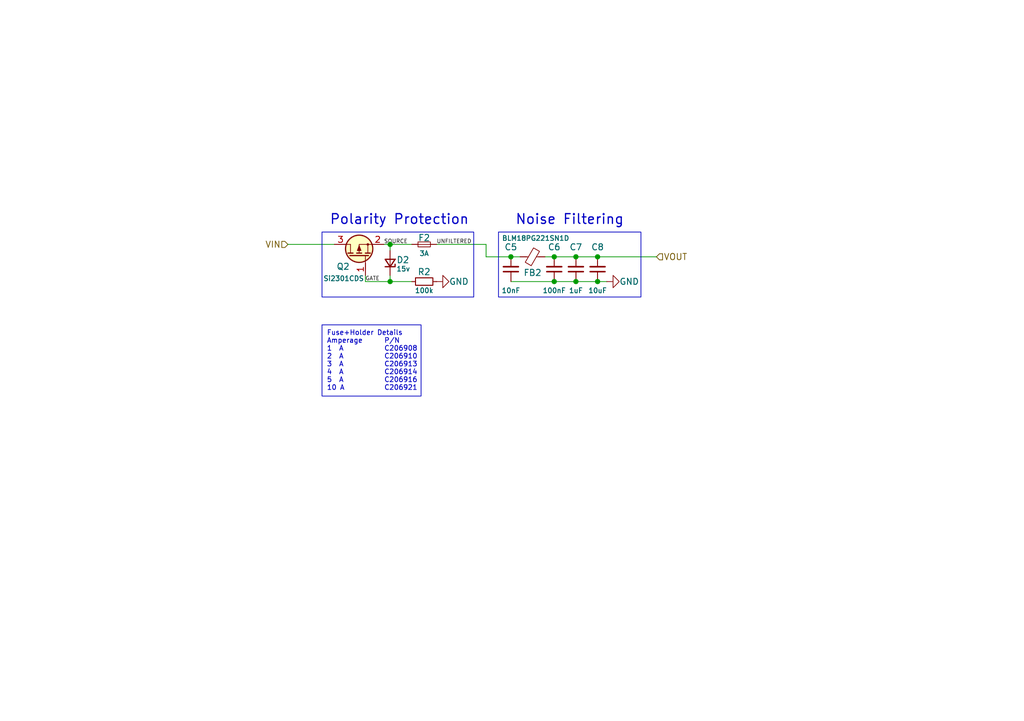
<source format=kicad_sch>
(kicad_sch (version 20250114) (generator "eeschema") (generator_version "9.0")
  (paper "A5")
  (title_block (title "SataXH Power filtration & protection") (date "2025-07-20") (rev "1") (company "Pera @ https://transfur.science/f191") (comment 1 "CERN OHL v2 - S") (comment 3 "https://github.com/comradef191/SataXH"))
  (lib_symbols
    (symbol "Device:C_Small" (pin_numbers (hide yes)) (pin_names (offset 0.254) (hide yes))
      (property "Reference" "C" (at 0.254 1.778 0))
      (property "Value" "C_Small" (at 0.254 -2.032 0))
      (symbol "C_Small_0_1"
        (polyline (pts (xy -1.524 0.508) (xy 1.524 0.508)) (stroke (width 0.3048)))
        (polyline (pts (xy -1.524 -0.508) (xy 1.524 -0.508)) (stroke (width 0.3302)))
      )
      (symbol "C_Small_1_1"
        (pin passive line (at 0 2.54 270) (length 2.032) (name "~") (number "1"))
        (pin passive line (at 0 -2.54 90) (length 2.032) (name "~") (number "2"))
      )
    )
    (symbol "Device:D_Zener_Small" (pin_numbers (hide yes)) (pin_names (offset 0.254) (hide yes))
      (property "Reference" "D" (at 0 2.286 0))
      (property "Value" "D_Zener_Small" (at 0 -2.286 0))
      (symbol "D_Zener_Small_0_1"
        (polyline (pts (xy -0.254 1.016) (xy -0.762 1.016) (xy -0.762 -1.016)) (stroke (width 0.254)))
        (polyline (pts (xy 0.762 1.016) (xy -0.762 0) (xy 0.762 -1.016) (xy 0.762 1.016)) (stroke (width 0.254)))
        (polyline (pts (xy 0.762 0) (xy -0.762 0)))
      )
      (symbol "D_Zener_Small_1_1"
        (pin passive line (at -2.54 0 0) (length 1.778) (name "K") (number "1"))
        (pin passive line (at 2.54 0 180) (length 1.778) (name "A") (number "2"))
      )
    )
    (symbol "Device:FerriteBead_Small" (pin_numbers (hide yes)) (pin_names (offset 0))
      (property "Reference" "FB" (at 1.905 1.27 0))
      (property "Value" "FerriteBead_Small" (at 1.905 -1.27 0))
      (symbol "FerriteBead_Small_0_1"
        (polyline (pts (xy -1.8288 0.2794) (xy -1.1176 1.4986) (xy 1.8288 -0.2032) (xy 1.1176 -1.4224) (xy -1.8288 0.2794)))
        (polyline (pts (xy 0 0.889) (xy 0 1.2954)))
        (polyline (pts (xy 0 -1.27) (xy 0 -0.7874)))
      )
      (symbol "FerriteBead_Small_1_1"
        (pin passive line (at 0 2.54 270) (length 1.27) (name "~") (number "1"))
        (pin passive line (at 0 -2.54 90) (length 1.27) (name "~") (number "2"))
      )
    )
    (symbol "Device:Fuse_Small" (pin_numbers (hide yes)) (pin_names (offset 0.254) (hide yes))
      (property "Reference" "F" (at 0 -1.524 0))
      (property "Value" "Fuse_Small" (at 0 1.524 0))
      (symbol "Fuse_Small_0_1"
        (rectangle (start -1.27 0.508) (end 1.27 -0.508))
        (polyline (pts (xy -1.27 0) (xy 1.27 0)))
      )
      (symbol "Fuse_Small_1_1"
        (pin passive line (at -2.54 0 0) (length 1.27) (name "~") (number "1"))
        (pin passive line (at 2.54 0 180) (length 1.27) (name "~") (number "2"))
      )
    )
    (symbol "Device:R_Small" (pin_numbers (hide yes)) (pin_names (offset 0.254) (hide yes))
      (property "Reference" "R" (at 0 0 90))
      (property "Value" "R_Small" (at 1.778 0 90))
      (symbol "R_Small_0_1"
        (rectangle (start -0.762 1.778) (end 0.762 -1.778) (stroke (width 0.2032)))
      )
      (symbol "R_Small_1_1"
        (pin passive line (at 0 2.54 270) (length 0.762) (name "~") (number "1"))
        (pin passive line (at 0 -2.54 90) (length 0.762) (name "~") (number "2"))
      )
    )
    (symbol "PCM_Transistor_MOSFET_AKL:Si2301CDS" (pin_names (hide yes))
      (property "Reference" "Q" (at 5.08 1.27 0))
      (property "Value" "Si2301CDS" (at 5.08 -1.27 0))
      (symbol "Si2301CDS_0_1"
        (polyline (pts (xy 0.254 1.27) (xy -2.54 1.27)))
        (polyline (pts (xy 0.254 -1.905) (xy 0.254 1.905)) (stroke (width 0.254)))
        (polyline (pts (xy 0.762 1.778) (xy 2.54 1.778)))
        (polyline (pts (xy 0.762 1.27) (xy 0.762 2.286)) (stroke (width 0.254)))
        (polyline (pts (xy 0.762 -0.508) (xy 0.762 0.508)) (stroke (width 0.254)))
        (polyline (pts (xy 0.762 -1.778) (xy 2.54 -1.778)))
        (polyline (pts (xy 0.762 -2.286) (xy 0.762 -1.27)) (stroke (width 0.254)))
        (polyline (pts (xy 2.286 0) (xy 1.27 -0.381) (xy 1.27 0.381) (xy 2.286 0)) (fill (type outline)))
        (polyline (pts (xy 2.54 2.54) (xy 2.54 0) (xy 0.762 0)))
        (polyline (pts (xy 2.54 -2.54) (xy 2.54 -1.778)))
      )
      (symbol "Si2301CDS_1_1"
        (circle (center 1.651 0) (radius 2.794) (stroke (width 0.254)) (fill (type background)))
        (circle (center 2.54 1.778) (radius 0.1778) (fill (type outline)))
        (pin input line (at -3.81 1.27 0) (length 2.54) (name "G") (number "1"))
        (pin passive line (at 2.54 5.08 270) (length 2.54) (name "S") (number "2"))
        (pin passive line (at 2.54 -5.08 90) (length 2.54) (name "D") (number "3"))
      )
    )
    (symbol "power:GND" (power) (pin_numbers (hide yes)) (pin_names (offset 0) (hide yes))
      (property "Value" "GND" (at 0 -3.81 0))
      (symbol "GND_0_1"
        (polyline (pts (xy 0 0) (xy 0 -1.27) (xy 1.27 -1.27) (xy 0 -2.54) (xy -1.27 -1.27) (xy 0 -1.27)))
      )
      (symbol "GND_1_1"
        (pin power_in line (at 0 0 270) (length 0) (name "~") (number "1"))
      )
    )
  )
  (rectangle (start 66.04 47.625) (end 97.155 60.96))
  (rectangle (start 102.235 47.625) (end 131.445 60.96))
  (text "Noise Filtering" (at 116.84 46.355 0) (effects (font (size 2 2) (thickness 0.254) (bold yes)) (justify bottom)))
  (text "Polarity Protection" (at 81.915 46.355 0) (effects (font (size 2 2) (thickness 0.254) (bold yes)) (justify bottom)))
  (text_box "Fuse+Holder Details\nAmperage	P/N\n1  A		C206908\n2  A		C206910\n3  A		C206913\n4  A		C206914\n5  A		C206916\n10 A		C206921\n" (at 66.04 66.675 0) (size 20.32 14.605) (margins 0.9525 0.9525 0.9525 0.9525) (effects (font (size 1 1)) (justify left top)))
  (junction (at 80.01 50.165))
  (junction (at 118.11 57.785))
  (junction (at 118.11 52.705))
  (junction (at 122.555 57.785))
  (junction (at 113.665 57.785))
  (junction (at 80.01 57.785))
  (junction (at 104.775 52.705))
  (junction (at 113.665 52.705))
  (junction (at 122.555 52.705))
  (wire (pts (xy 118.11 57.785) (xy 122.555 57.785)))
  (wire (pts (xy 78.74 50.165) (xy 80.01 50.165)))
  (wire (pts (xy 118.11 52.705) (xy 122.555 52.705)))
  (wire (pts (xy 59.055 50.165) (xy 68.58 50.165)))
  (wire (pts (xy 122.555 57.785) (xy 124.46 57.785)))
  (wire (pts (xy 80.01 57.785) (xy 74.93 57.785)))
  (wire (pts (xy 99.695 52.705) (xy 99.695 50.165)))
  (wire (pts (xy 80.01 50.165) (xy 80.01 51.435)))
  (wire (pts (xy 104.775 52.705) (xy 106.68 52.705)))
  (wire (pts (xy 104.775 52.705) (xy 99.695 52.705)))
  (wire (pts (xy 111.76 52.705) (xy 113.665 52.705)))
  (wire (pts (xy 80.01 57.785) (xy 84.455 57.785)))
  (wire (pts (xy 104.775 57.785) (xy 113.665 57.785)))
  (wire (pts (xy 80.01 56.515) (xy 80.01 57.785)))
  (wire (pts (xy 74.93 57.785) (xy 74.93 56.515)))
  (wire (pts (xy 113.665 57.785) (xy 118.11 57.785)))
  (wire (pts (xy 113.665 52.705) (xy 118.11 52.705)))
  (wire (pts (xy 80.01 50.165) (xy 84.455 50.165)))
  (wire (pts (xy 122.555 52.705) (xy 134.62 52.705)))
  (wire (pts (xy 99.695 50.165) (xy 89.535 50.165)))
  (label "GATE" (at 74.93 57.785 0) (effects (font (size 0.8 0.8) (thickness 0.1))))
  (label "UNFILTERED" (at 89.535 50.165 0) (effects (font (size 0.8 0.8) (thickness 0.1))))
  (label "SOURCE" (at 78.74 50.165 0) (effects (font (size 0.8 0.8) (thickness 0.1))))
  (hierarchical_label "VOUT" (shape input) (at 134.62 52.705 0) (effects (font (thickness 0.1588))))
  (hierarchical_label "VIN" (shape input) (at 59.055 50.165 180) (effects (font (thickness 0.1588))))
  (symbol (lib_id "Device:C_Small") (at 113.665 55.245 180) (unit 1)
    (property "Reference" "C2" (at 113.665 51.435 0) (effects (justify top)))
    (property "Value" "100nF" (at 113.665 59.055 0) (effects (font (size 1 1)) (justify bottom)))
    (property "Footprint" "Capacitor_SMD:C_0402_1005Metric" (effects (hide yes)))
    (property "Description" "Unpolarized capacitor, small symbol" (effects (hide yes)))
    (property "LCSC" "C1525" (effects (hide yes)))
    (property "Type" "Basic" (effects (hide yes)))
    (instances (project "SataXH" (path "" (reference "C6") (unit 1)) (path "" (reference "C2") (unit 1))))
  )
  (symbol (lib_id "power:GND") (at 124.46 57.785 90) (unit 1)
    (property "Reference" "#PWR0106" (effects (hide yes)))
    (property "Value" "GND" (at 127 57.785 90) (effects (justify right)))
    (instances (project "SataXH" (path "" (reference "#PWR0108") (unit 1)) (path "" (reference "#PWR0106") (unit 1))))
  )
  (symbol (lib_id "Device:Fuse_Small") (at 86.995 50.165 0) (unit 1)
    (property "Reference" "F1" (at 86.995 49.53 0) (effects (justify bottom)))
    (property "Value" "3A" (at 86.995 51.435 0) (effects (font (size 1 1)) (justify top)))
    (property "Footprint" "Fuse:Fuseholder_Littelfuse_Nano2_154x" (effects (hide yes)))
    (property "Description" "Fuse, small symbol" (effects (hide yes)))
    (property "LCSC" "C206913" (effects (hide yes)))
    (instances (project "SataXH" (path "" (reference "F2") (unit 1)) (path "" (reference "F1") (unit 1))))
  )
  (symbol (lib_id "Device:FerriteBead_Small") (at 109.22 52.705 90) (unit 1)
    (property "Reference" "FB1" (at 109.22 55.245 90) (effects (justify bottom)))
    (property "Value" "BLM18PG221SN1D" (at 109.855 48.895 90) (effects (font (size 1 1))))
    (property "Footprint" "Inductor_SMD:L_0603_1608Metric" (effects (hide yes)))
    (property "Description" "Ferrite bead, small symbol" (effects (hide yes)))
    (property "LCSC" "C80165" (effects (hide yes)))
    (property "Type" "Extended" (effects (hide yes)))
    (instances (project "SataXH" (path "" (reference "FB2") (unit 1)) (path "" (reference "FB1") (unit 1))))
  )
  (symbol (lib_id "Device:R_Small") (at 86.995 57.785 270) (mirror x) (unit 1)
    (property "Reference" "R1" (at 86.995 56.515 90) (effects (justify top)))
    (property "Value" "100k" (at 86.995 59.055 90) (effects (font (size 1 1)) (justify bottom)))
    (property "Footprint" "Resistor_SMD:R_0402_1005Metric" (effects (hide yes)))
    (property "Description" "Resistor, small symbol" (effects (hide yes)))
    (property "LCSC" "C25741" (effects (hide yes)))
    (instances (project "SataXH" (path "" (reference "R2") (unit 1)) (path "" (reference "R1") (unit 1))))
  )
  (symbol (lib_id "PCM_Transistor_MOSFET_AKL:Si2301CDS") (at 73.66 52.705 270) (mirror x) (unit 1)
    (property "Reference" "Q1" (at 71.755 53.975 90) (effects (justify right bottom)))
    (property "Value" "Si2301CDS" (at 70.485 57.15 90) (effects (font (size 1 1))))
    (property "Footprint" "PCM_Package_TO_SOT_SMD_AKL:SOT-23" (effects (hide yes)))
    (property "Datasheet" "https://www.tme.eu/Document/519498819e90b407235adccdceba4014/SI2301CDS-T1-GE3.pdf" (effects (hide yes)))
    (property "Description" "SOT-23 P-MOSFET enchancement mode transistor, 20V, 3.1A, 1.6W, Alternate KiCAD Library" (effects (hide yes)))
    (property "LCSC" "C10487" (effects (hide yes)))
    (instances (project "SataXH" (path "" (reference "Q2") (unit 1)) (path "" (reference "Q1") (unit 1))))
  )
  (symbol (lib_id "Device:C_Small") (at 104.775 55.245 180) (unit 1)
    (property "Reference" "C1" (at 104.775 51.435 0) (effects (justify top)))
    (property "Value" "10nF" (at 104.775 59.055 0) (effects (font (size 1 1)) (justify bottom)))
    (property "Footprint" "Capacitor_SMD:C_0402_1005Metric" (effects (hide yes)))
    (property "Description" "Unpolarized capacitor, small symbol" (effects (hide yes)))
    (property "LCSC" "C15195" (effects (hide yes)))
    (property "Type" "Basic" (effects (hide yes)))
    (instances (project "SataXH" (path "" (reference "C5") (unit 1)) (path "" (reference "C1") (unit 1))))
  )
  (symbol (lib_id "Device:C_Small") (at 118.11 55.245 180) (unit 1)
    (property "Reference" "C3" (at 118.11 51.435 0) (effects (justify top)))
    (property "Value" "1uF" (at 118.11 59.055 0) (effects (font (size 1 1)) (justify bottom)))
    (property "Footprint" "Capacitor_SMD:C_0402_1005Metric" (effects (hide yes)))
    (property "Description" "Unpolarized capacitor, small symbol" (effects (hide yes)))
    (property "LCSC" "C52923" (effects (hide yes)))
    (property "Type" "Basic" (effects (hide yes)))
    (instances (project "SataXH" (path "" (reference "C7") (unit 1)) (path "" (reference "C3") (unit 1))))
  )
  (symbol (lib_id "Device:D_Zener_Small") (at 80.01 53.975 270) (mirror x) (unit 1)
    (property "Reference" "D1" (at 81.28 53.34 90) (effects (justify left)))
    (property "Value" "15v" (at 81.28 54.61 90) (effects (font (size 1 1)) (justify left bottom)))
    (property "Footprint" "Diode_SMD:D_SOD-123" (effects (hide yes)))
    (property "Description" "Zener diode, small symbol" (effects (hide yes)))
    (property "LCSC" "C177014" (effects (hide yes)))
    (instances (project "SataXH" (path "" (reference "D2") (unit 1)) (path "" (reference "D1") (unit 1))))
  )
  (symbol (lib_id "power:GND") (at 89.535 57.785 90) (unit 1)
    (property "Reference" "#PWR0107" (effects (hide yes)))
    (property "Value" "GND" (at 92.075 57.785 90) (effects (justify right)))
    (property "Description" "Power symbol creates a global label with name \"GND\" , ground" (effects (hide yes)))
    (instances (project "SataXH" (path "" (reference "#PWR0109") (unit 1)) (path "" (reference "#PWR0107") (unit 1))))
  )
  (symbol (lib_id "Device:C_Small") (at 122.555 55.245 180) (unit 1)
    (property "Reference" "C4" (at 122.555 51.435 0) (effects (justify top)))
    (property "Value" "10uF" (at 122.555 59.055 0) (effects (font (size 1 1)) (justify bottom)))
    (property "Footprint" "Capacitor_SMD:C_0402_1005Metric" (effects (hide yes)))
    (property "Description" "Unpolarized capacitor, small symbol" (effects (hide yes)))
    (property "LCSC" "C15525" (effects (hide yes)))
    (property "Type" "Basic" (effects (hide yes)))
    (instances (project "SataXH" (path "" (reference "C8") (unit 1)) (path "" (reference "C4") (unit 1))))
  )
)
</source>
